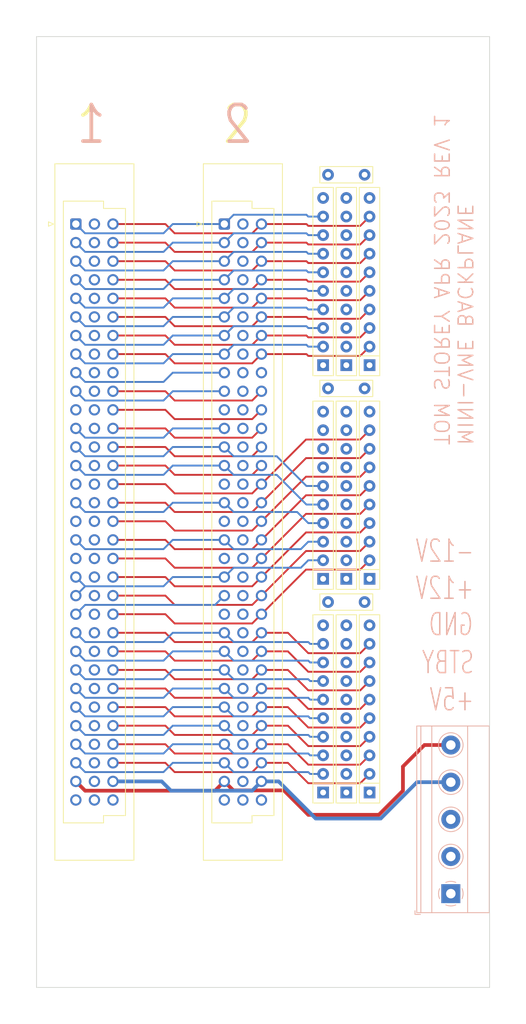
<source format=kicad_pcb>
(kicad_pcb (version 20211014) (generator pcbnew)
  (layers (0 "F.Cu" signal) (1 "In1.Cu" signal) (2 "In2.Cu" signal) (31 "B.Cu" signal) (34 "B.Paste" user) (35 "F.Paste" user) (36 "B.SilkS" user "B.Silkscreen") (37 "F.SilkS" user "F.Silkscreen") (38 "B.Mask" user) (39 "F.Mask" user) (44 "Edge.Cuts" user))
  (net 0 "")
  (net 1 "GND")
  (net 2 "+5V")
  (net 3 "+5VA")
  (net 4 "+12V")
  (net 5 "-12V")
  (net 6 "/Sockets 1/~{IACKOUT_1}")
  (net 7 "/Sockets 1/~{BG0OUT_1}")
  (net 8 "/Sockets 1/~{BG1OUT_1}")
  (net 9 "/Sockets 1/~{BG2OUT_1}")
  (net 10 "/Sockets 1/~{BG3OUT_1}")
  (net 20 "D0")
  (net 21 "D1")
  (net 22 "D2")
  (net 23 "D3")
  (net 24 "D4")
  (net 25 "D5")
  (net 26 "D6")
  (net 27 "D7")
  (net 28 "D8")
  (net 29 "D9")
  (net 30 "D10")
  (net 31 "D11")
  (net 32 "D12")
  (net 33 "D13")
  (net 34 "D14")
  (net 35 "D15")
  (net 36 "A23")
  (net 37 "A22")
  (net 38 "A21")
  (net 39 "A20")
  (net 40 "A19")
  (net 41 "A18")
  (net 42 "A17")
  (net 43 "A16")
  (net 44 "AM")
  (net 45 "A7")
  (net 46 "A6")
  (net 47 "A5")
  (net 48 "A4")
  (net 49 "A3")
  (net 50 "A2")
  (net 51 "A1")
  (net 52 "A15")
  (net 53 "A14")
  (net 54 "A13")
  (net 55 "A12")
  (net 56 "A11")
  (net 57 "A10")
  (net 58 "A9")
  (net 59 "A8")
  (net 60 "SYSCLK")
  (net 61 "~{DS1}")
  (net 62 "~{DS0}")
  (net 63 "~{WRITE}")
  (net 64 "~{DTACK}")
  (net 65 "~{AS}")
  (net 66 "~{BBSY}")
  (net 67 "~{BCLR}")
  (net 68 "~{ACFAIL}")
  (net 69 "~{BR0}")
  (net 70 "~{BR1}")
  (net 71 "~{BR2}")
  (net 72 "~{BR3}")
  (net 73 "AM0")
  (net 74 "AM1")
  (net 75 "AM2")
  (net 76 "AM3")
  (net 77 "SERCLK")
  (net 78 "~{IRQ7}")
  (net 79 "~{IRQ6}")
  (net 80 "~{IRQ5}")
  (net 81 "~{IRQ4}")
  (net 82 "~{IRQ3}")
  (net 83 "~{IRQ2}")
  (net 84 "~{IRQ1}")
  (net 85 "~{SYSFAIL}")
  (net 86 "~{BERR}")
  (net 87 "~{SYSRESET}")
  (net 88 "~{LWORD}")
  (net 89 "AM5")
  (net 90 "~{IACK}")
  (net 91 "~{SERDAT}")
  (footprint "MountingHole:MountingHole_2.7mm_M2.5" (layer "F.Cu") (at 105.62 32.75)
    (fp_text reference "REF**" hide)
    (fp_text value "MountingHole_2.7mm_M2.5")
  )
  (footprint "Resistor_THT:R_Array_SIP10" (layer "F.Cu") (at 137.22 132.345 90)
    (fp_text reference "RN7" hide)
    (fp_text value "R_Divider08")
  )
  (footprint "MountingHole:MountingHole_2.7mm_M2.5" (layer "F.Cu") (at 125.94 32.75)
    (fp_text reference "REF**" hide)
    (fp_text value "MountingHole_2.7mm_M2.5")
  )
  (footprint "Resistor_THT:R_Array_SIP10" (layer "F.Cu") (at 140.395 132.345 90)
    (fp_text reference "RN8" hide)
    (fp_text value "R_Divider08")
  )
  (footprint "Capacitor_THT:C_Rect_L7.0mm_W2.0mm_P5.00mm" (layer "F.Cu") (at 137.895 77.1)
    (fp_text reference "C2" hide)
    (fp_text value "100nF")
  )
  (footprint "Capacitor_THT:C_Rect_L7.0mm_W2.0mm_P5.00mm" (layer "F.Cu") (at 137.895 106.31)
    (fp_text reference "C3" hide)
    (fp_text value "100nF")
  )
  (footprint "Resistor_THT:R_Array_SIP10" (layer "F.Cu") (at 140.395 103.135 90)
    (fp_text reference "RN5" hide)
    (fp_text value "R_Divider08")
  )
  (footprint "Connector_DIN:DIN41612_C_3x32_Female_Vertical_THT" (layer "F.Cu") (at 123.7 54.63)
    (fp_text reference "X2" hide)
    (fp_text value "DIN41612_03x32_ABC_VMEbus")
  )
  (footprint "MountingHole:MountingHole_2.7mm_M2.5" (layer "F.Cu") (at 146.26 32.75)
    (fp_text reference "REF**" hide)
    (fp_text value "MountingHole_2.7mm_M2.5")
  )
  (footprint "Resistor_THT:R_Array_SIP10" (layer "F.Cu") (at 143.57 73.925 90)
    (fp_text reference "RN3" hide)
    (fp_text value "R_Divider08")
  )
  (footprint "Connector_DIN:DIN41612_C_3x32_Female_Vertical_THT" (layer "F.Cu") (at 103.38 54.63)
    (fp_text reference "X1" hide)
    (fp_text value "DIN41612_03x32_ABC_VMEbus")
  )
  (footprint "Resistor_THT:R_Array_SIP10" (layer "F.Cu") (at 137.22 103.135 90)
    (fp_text reference "RN4" hide)
    (fp_text value "R_Divider08")
  )
  (footprint "Capacitor_THT:C_Rect_L7.0mm_W2.0mm_P5.00mm" (layer "F.Cu") (at 137.895 47.89)
    (fp_text reference "C1" hide)
    (fp_text value "100nF")
  )
  (footprint "Resistor_THT:R_Array_SIP10" (layer "F.Cu") (at 137.22 73.925 90)
    (fp_text reference "RN1" hide)
    (fp_text value "R_Divider08")
  )
  (footprint "MountingHole:MountingHole_2.7mm_M2.5" (layer "F.Cu") (at 105.62 155.25)
    (fp_text reference "REF**" hide)
    (fp_text value "MountingHole_2.7mm_M2.5")
  )
  (footprint "MountingHole:MountingHole_2.7mm_M2.5" (layer "F.Cu") (at 125.94 155.25)
    (fp_text reference "REF**" hide)
    (fp_text value "MountingHole_2.7mm_M2.5")
  )
  (footprint "Resistor_THT:R_Array_SIP10" (layer "F.Cu") (at 140.395 73.925 90)
    (fp_text reference "RN2" hide)
    (fp_text value "R_Divider08")
  )
  (footprint "Resistor_THT:R_Array_SIP10" (layer "F.Cu") (at 143.57 103.135 90)
    (fp_text reference "RN6" hide)
    (fp_text value "R_Divider08")
  )
  (footprint "Resistor_THT:R_Array_SIP10" (layer "F.Cu") (at 143.57 132.345 90)
    (fp_text reference "RN9" hide)
    (fp_text value "R_Divider08")
  )
  (footprint "MountingHole:MountingHole_2.7mm_M2.5" (layer "F.Cu") (at 146.26 155.25)
    (fp_text reference "REF**" hide)
    (fp_text value "MountingHole_2.7mm_M2.5")
  )
  (footprint "TerminalBlock_Phoenix:TerminalBlock_Phoenix_MKDS-1,5-5-5.08_1x05_P5.08mm_Horizontal" (layer "B.Cu") (at 154.695 146.175 90)
    (fp_text reference "J1" hide)
    (fp_text value "Screw_Terminal_01x05")
  )
  (gr_line (start 98 159) (end 98 29) (layer "Edge.Cuts") (width 0.1))
  (gr_line (start 160 159) (end 98 159) (layer "Edge.Cuts") (width 0.1))
  (gr_line (start 98 29) (end 160 29) (layer "Edge.Cuts") (width 0.1))
  (gr_line (start 160 29) (end 160 159) (layer "Edge.Cuts") (width 0.1))
  (gr_text "1" (at 105.5 41) (layer "B.SilkS") (effects (font (size 5 4) (thickness 0.5)) (justify mirror)))
  (gr_text "STBY" (at 158 114.57) (layer "B.SilkS") (effects (font (size 3 2) (thickness 0.2)) (justify left mirror)))
  (gr_text "+5V" (at 158 119.65) (layer "B.SilkS") (effects (font (size 3 2) (thickness 0.2)) (justify left mirror)))
  (gr_text "-12V" (at 158 99.33) (layer "B.SilkS") (effects (font (size 3 2) (thickness 0.2)) (justify left mirror)))
  (gr_text "MINI-VME BACKPLANE\nTOM STOREY APR 2023 REV 1" (at 155 85 270) (layer "B.SilkS") (effects (font (size 2 2) (thickness 0.2)) (justify left mirror)))
  (gr_text "2" (at 125.5 41) (layer "B.SilkS") (effects (font (size 5 4) (thickness 0.5)) (justify mirror)))
  (gr_text "+12V" (at 158 104.41) (layer "B.SilkS") (effects (font (size 3 2) (thickness 0.2)) (justify left mirror)))
  (gr_text "GND" (at 157.885 109.375) (layer "B.SilkS") (effects (font (size 3 2) (thickness 0.2)) (justify left mirror)))
  (gr_text "1" (at 105.5 41) (layer "F.SilkS") (effects (font (size 5 4) (thickness 0.5))))
  (gr_text "2" (at 125.5 41) (layer "F.SilkS") (effects (font (size 5 4) (thickness 0.5))))
  (segment (start 115.376 76.216) (end 104.646 76.216) (width 0.254) (layer "B.Cu") (net 1))
  (segment (start 116.642 74.95) (end 115.376 76.216) (width 0.254) (layer "B.Cu") (net 1))
  (segment (start 123.7 74.95) (end 116.642 74.95) (width 0.254) (layer "B.Cu") (net 1))
  (segment (start 104.646 76.216) (end 103.38 74.95) (width 0.254) (layer "B.Cu") (net 1))
  (segment (start 131.128 130.83) (end 136.204 135.906) (width 0.508) (layer "B.Cu") (net 4))
  (segment (start 150.065 130.935) (end 154.695 130.935) (width 0.508) (layer "B.Cu") (net 4))
  (segment (start 116.392 132.096) (end 127.514 132.096) (width 0.508) (layer "B.Cu") (net 4))
  (segment (start 128.78 130.83) (end 131.128 130.83) (width 0.508) (layer "B.Cu") (net 4))
  (segment (start 115.126 130.83) (end 116.392 132.096) (width 0.508) (layer "B.Cu") (net 4))
  (segment (start 136.204 135.906) (end 145.094 135.906) (width 0.508) (layer "B.Cu") (net 4))
  (segment (start 145.094 135.906) (end 150.065 130.935) (width 0.508) (layer "B.Cu") (net 4))
  (segment (start 108.46 130.83) (end 115.126 130.83) (width 0.508) (layer "B.Cu") (net 4))
  (segment (start 127.514 132.096) (end 128.78 130.83) (width 0.508) (layer "B.Cu") (net 4))
  (segment (start 131.849 132.059) (end 135.188 135.398) (width 0.508) (layer "F.Cu") (net 5))
  (segment (start 124.929 132.059) (end 131.849 132.059) (width 0.508) (layer "F.Cu") (net 5))
  (segment (start 135.188 135.398) (end 144.84 135.398) (width 0.508) (layer "F.Cu") (net 5))
  (segment (start 148.142 128.794) (end 151.081 125.855) (width 0.508) (layer "F.Cu") (net 5))
  (segment (start 151.081 125.855) (end 154.695 125.855) (width 0.508) (layer "F.Cu") (net 5))
  (segment (start 148.142 132.096) (end 148.142 128.794) (width 0.508) (layer "F.Cu") (net 5))
  (segment (start 122.434 132.096) (end 123.7 130.83) (width 0.508) (layer "F.Cu") (net 5))
  (segment (start 123.7 130.83) (end 124.929 132.059) (width 0.508) (layer "F.Cu") (net 5))
  (segment (start 103.38 130.83) (end 104.646 132.096) (width 0.508) (layer "F.Cu") (net 5))
  (segment (start 144.84 135.398) (end 148.142 132.096) (width 0.508) (layer "F.Cu") (net 5))
  (segment (start 104.646 132.096) (end 122.434 132.096) (width 0.508) (layer "F.Cu") (net 5))
  (segment (start 103.38 107.97) (end 104.654 106.696) (width 0.254) (layer "B.Cu") (net 6))
  (segment (start 104.654 106.696) (end 122.434 106.696) (width 0.254) (layer "B.Cu") (net 6))
  (segment (start 122.434 106.696) (end 123.7 105.43) (width 0.254) (layer "B.Cu") (net 6))
  (segment (start 123.7 54.63) (end 124.974 53.356) (width 0.254) (layer "B.Cu") (net 20))
  (segment (start 116.642 54.63) (end 115.376 55.896) (width 0.254) (layer "B.Cu") (net 20))
  (segment (start 123.7 54.63) (end 116.642 54.63) (width 0.254) (layer "B.Cu") (net 20))
  (segment (start 135.188 53.61) (end 137.22 53.61) (width 0.254) (layer "B.Cu") (net 20))
  (segment (start 115.376 55.896) (end 104.646 55.896) (width 0.254) (layer "B.Cu") (net 20))
  (segment (start 134.934 53.356) (end 135.188 53.61) (width 0.254) (layer "B.Cu") (net 20))
  (segment (start 104.646 55.896) (end 103.38 54.63) (width 0.254) (layer "B.Cu") (net 20))
  (segment (start 124.974 53.356) (end 134.934 53.356) (width 0.254) (layer "B.Cu") (net 20))
  (segment (start 116.642 57.17) (end 115.376 58.436) (width 0.254) (layer "B.Cu") (net 21))
  (segment (start 123.7 57.17) (end 124.974 55.896) (width 0.254) (layer "B.Cu") (net 21))
  (segment (start 123.7 57.17) (end 116.642 57.17) (width 0.254) (layer "B.Cu") (net 21))
  (segment (start 124.974 55.896) (end 134.934 55.896) (width 0.254) (layer "B.Cu") (net 21))
  (segment (start 115.376 58.436) (end 104.646 58.436) (width 0.254) (layer "B.Cu") (net 21))
  (segment (start 104.646 58.436) (end 103.38 57.17) (width 0.254) (layer "B.Cu") (net 21))
  (segment (start 134.934 55.896) (end 135.188 56.15) (width 0.254) (layer "B.Cu") (net 21))
  (segment (start 135.188 56.15) (end 137.22 56.15) (width 0.254) (layer "B.Cu") (net 21))
  (segment (start 134.934 58.436) (end 135.188 58.69) (width 0.254) (layer "B.Cu") (net 22))
  (segment (start 115.376 60.976) (end 104.646 60.976) (width 0.254) (layer "B.Cu") (net 22))
  (segment (start 123.7 59.71) (end 116.642 59.71) (width 0.254) (layer "B.Cu") (net 22))
  (segment (start 135.188 58.69) (end 137.22 58.69) (width 0.254) (layer "B.Cu") (net 22))
  (segment (start 104.646 60.976) (end 103.38 59.71) (width 0.254) (layer "B.Cu") (net 22))
  (segment (start 116.642 59.71) (end 115.376 60.976) (width 0.254) (layer "B.Cu") (net 22))
  (segment (start 123.7 59.71) (end 124.974 58.436) (width 0.254) (layer "B.Cu") (net 22))
  (segment (start 124.974 58.436) (end 134.934 58.436) (width 0.254) (layer "B.Cu") (net 22))
  (segment (start 124.974 60.976) (end 134.934 60.976) (width 0.254) (layer "B.Cu") (net 23))
  (segment (start 115.376 63.516) (end 104.646 63.516) (width 0.254) (layer "B.Cu") (net 23))
  (segment (start 123.7 62.25) (end 116.642 62.25) (width 0.254) (layer "B.Cu") (net 23))
  (segment (start 135.188 61.23) (end 137.22 61.23) (width 0.254) (layer "B.Cu") (net 23))
  (segment (start 116.642 62.25) (end 115.376 63.516) (width 0.254) (layer "B.Cu") (net 23))
  (segment (start 123.7 62.25) (end 124.974 60.976) (width 0.254) (layer "B.Cu") (net 23))
  (segment (start 104.646 63.516) (end 103.38 62.25) (width 0.254) (layer "B.Cu") (net 23))
  (segment (start 134.934 60.976) (end 135.188 61.23) (width 0.254) (layer "B.Cu") (net 23))
  (segment (start 115.376 66.056) (end 104.646 66.056) (width 0.254) (layer "B.Cu") (net 24))
  (segment (start 135.188 63.77) (end 137.22 63.77) (width 0.254) (layer "B.Cu") (net 24))
  (segment (start 124.974 63.516) (end 134.934 63.516) (width 0.254) (layer "B.Cu") (net 24))
  (segment (start 116.642 64.79) (end 115.376 66.056) (width 0.254) (layer "B.Cu") (net 24))
  (segment (start 134.934 63.516) (end 135.188 63.77) (width 0.254) (layer "B.Cu") (net 24))
  (segment (start 123.7 64.79) (end 124.974 63.516) (width 0.254) (layer "B.Cu") (net 24))
  (segment (start 123.7 64.79) (end 116.642 64.79) (width 0.254) (layer "B.Cu") (net 24))
  (segment (start 104.646 66.056) (end 103.38 64.79) (width 0.254) (layer "B.Cu") (net 24))
  (segment (start 115.376 68.596) (end 104.646 68.596) (width 0.254) (layer "B.Cu") (net 25))
  (segment (start 116.642 67.33) (end 115.376 68.596) (width 0.254) (layer "B.Cu") (net 25))
  (segment (start 123.7 67.33) (end 124.974 66.056) (width 0.254) (layer "B.Cu") (net 25))
  (segment (start 104.646 68.596) (end 103.38 67.33) (width 0.254) (layer "B.Cu") (net 25))
  (segment (start 134.934 66.056) (end 135.188 66.31) (width 0.254) (layer "B.Cu") (net 25))
  (segment (start 135.188 66.31) (end 137.22 66.31) (width 0.254) (layer "B.Cu") (net 25))
  (segment (start 124.974 66.056) (end 134.934 66.056) (width 0.254) (layer "B.Cu") (net 25))
  (segment (start 123.7 67.33) (end 116.642 67.33) (width 0.254) (layer "B.Cu") (net 25))
  (segment (start 123.7 69.87) (end 116.642 69.87) (width 0.254) (layer "B.Cu") (net 26))
  (segment (start 104.646 71.136) (end 103.38 69.87) (width 0.254) (layer "B.Cu") (net 26))
  (segment (start 115.376 71.136) (end 104.646 71.136) (width 0.254) (layer "B.Cu") (net 26))
  (segment (start 135.188 68.85) (end 137.22 68.85) (width 0.254) (layer "B.Cu") (net 26))
  (segment (start 124.974 68.596) (end 134.934 68.596) (width 0.254) (layer "B.Cu") (net 26))
  (segment (start 116.642 69.87) (end 115.376 71.136) (width 0.254) (layer "B.Cu") (net 26))
  (segment (start 123.7 69.87) (end 124.974 68.596) (width 0.254) (layer "B.Cu") (net 26))
  (segment (start 134.934 68.596) (end 135.188 68.85) (width 0.254) (layer "B.Cu") (net 26))
  (segment (start 134.934 71.136) (end 135.188 71.39) (width 0.254) (layer "B.Cu") (net 27))
  (segment (start 123.7 72.41) (end 116.642 72.41) (width 0.254) (layer "B.Cu") (net 27))
  (segment (start 124.974 71.136) (end 134.934 71.136) (width 0.254) (layer "B.Cu") (net 27))
  (segment (start 116.642 72.41) (end 115.376 73.676) (width 0.254) (layer "B.Cu") (net 27))
  (segment (start 123.7 72.41) (end 124.974 71.136) (width 0.254) (layer "B.Cu") (net 27))
  (segment (start 135.188 71.39) (end 137.22 71.39) (width 0.254) (layer "B.Cu") (net 27))
  (segment (start 115.376 73.676) (end 104.646 73.676) (width 0.254) (layer "B.Cu") (net 27))
  (segment (start 104.646 73.676) (end 103.38 72.41) (width 0.254) (layer "B.Cu") (net 27))
  (segment (start 135.188 54.88) (end 142.3 54.88) (width 0.254) (layer "F.Cu") (net 28))
  (segment (start 108.46 54.63) (end 115.634 54.63) (width 0.254) (layer "F.Cu") (net 28))
  (segment (start 134.938 54.63) (end 135.188 54.88) (width 0.254) (layer "F.Cu") (net 28))
  (segment (start 142.3 54.88) (end 143.57 53.61) (width 0.254) (layer "F.Cu") (net 28))
  (segment (start 116.9 55.896) (end 127.514 55.896) (width 0.254) (layer "F.Cu") (net 28))
  (segment (start 127.514 55.896) (end 128.78 54.63) (width 0.254) (layer "F.Cu") (net 28))
  (segment (start 128.78 54.63) (end 134.938 54.63) (width 0.254) (layer "F.Cu") (net 28))
  (segment (start 115.634 54.63) (end 116.9 55.896) (width 0.254) (layer "F.Cu") (net 28))
  (segment (start 115.634 57.17) (end 116.9 58.436) (width 0.254) (layer "F.Cu") (net 29))
  (segment (start 135.188 57.42) (end 142.3 57.42) (width 0.254) (layer "F.Cu") (net 29))
  (segment (start 134.938 57.17) (end 135.188 57.42) (width 0.254) (layer "F.Cu") (net 29))
  (segment (start 128.78 57.17) (end 134.938 57.17) (width 0.254) (layer "F.Cu") (net 29))
  (segment (start 142.3 57.42) (end 143.57 56.15) (width 0.254) (layer "F.Cu") (net 29))
  (segment (start 127.514 58.436) (end 128.78 57.17) (width 0.254) (layer "F.Cu") (net 29))
  (segment (start 108.46 57.17) (end 115.634 57.17) (width 0.254) (layer "F.Cu") (net 29))
  (segment (start 116.9 58.436) (end 127.514 58.436) (width 0.254) (layer "F.Cu") (net 29))
  (segment (start 127.514 60.976) (end 128.78 59.71) (width 0.254) (layer "F.Cu") (net 30))
  (segment (start 135.188 59.96) (end 142.3 59.96) (width 0.254) (layer "F.Cu") (net 30))
  (segment (start 116.9 60.976) (end 127.514 60.976) (width 0.254) (layer "F.Cu") (net 30))
  (segment (start 134.938 59.71) (end 135.188 59.96) (width 0.254) (layer "F.Cu") (net 30))
  (segment (start 108.46 59.71) (end 115.634 59.71) (width 0.254) (layer "F.Cu") (net 30))
  (segment (start 115.634 59.71) (end 116.9 60.976) (width 0.254) (layer "F.Cu") (net 30))
  (segment (start 128.78 59.71) (end 134.938 59.71) (width 0.254) (layer "F.Cu") (net 30))
  (segment (start 142.3 59.96) (end 143.57 58.69) (width 0.254) (layer "F.Cu") (net 30))
  (segment (start 108.46 62.25) (end 115.634 62.25) (width 0.254) (layer "F.Cu") (net 31))
  (segment (start 115.634 62.25) (end 116.9 63.516) (width 0.254) (layer "F.Cu") (net 31))
  (segment (start 134.938 62.25) (end 135.188 62.5) (width 0.254) (layer "F.Cu") (net 31))
  (segment (start 128.78 62.25) (end 134.938 62.25) (width 0.254) (layer "F.Cu") (net 31))
  (segment (start 127.514 63.516) (end 128.78 62.25) (width 0.254) (layer "F.Cu") (net 31))
  (segment (start 116.9 63.516) (end 127.514 63.516) (width 0.254) (layer "F.Cu") (net 31))
  (segment (start 135.188 62.5) (end 142.3 62.5) (width 0.254) (layer "F.Cu") (net 31))
  (segment (start 142.3 62.5) (end 143.57 61.23) (width 0.254) (layer "F.Cu") (net 31))
  (segment (start 128.78 64.79) (end 134.938 64.79) (width 0.254) (layer "F.Cu") (net 32))
  (segment (start 115.634 64.79) (end 116.9 66.056) (width 0.254) (layer "F.Cu") (net 32))
  (segment (start 108.46 64.79) (end 115.634 64.79) (width 0.254) (layer "F.Cu") (net 32))
  (segment (start 134.938 64.79) (end 135.188 65.04) (width 0.254) (layer "F.Cu") (net 32))
  (segment (start 127.514 66.056) (end 128.78 64.79) (width 0.254) (layer "F.Cu") (net 32))
  (segment (start 116.9 66.056) (end 127.514 66.056) (width 0.254) (layer "F.Cu") (net 32))
  (segment (start 142.3 65.04) (end 143.57 63.77) (width 0.254) (layer "F.Cu") (net 32))
  (segment (start 135.188 65.04) (end 142.3 65.04) (width 0.254) (layer "F.Cu") (net 32))
  (segment (start 116.9 68.596) (end 127.514 68.596) (width 0.254) (layer "F.Cu") (net 33))
  (segment (start 128.78 67.33) (end 134.938 67.33) (width 0.254) (layer "F.Cu") (net 33))
  (segment (start 134.938 67.33) (end 135.188 67.58) (width 0.254) (layer "F.Cu") (net 33))
  (segment (start 142.3 67.58) (end 143.57 66.31) (width 0.254) (layer "F.Cu") (net 33))
  (segment (start 108.46 67.33) (end 115.634 67.33) (width 0.254) (layer "F.Cu") (net 33))
  (segment (start 115.634 67.33) (end 116.9 68.596) (width 0.254) (layer "F.Cu") (net 33))
  (segment (start 127.514 68.596) (end 128.78 67.33) (width 0.254) (layer "F.Cu") (net 33))
  (segment (start 135.188 67.58) (end 142.3 67.58) (width 0.254) (layer "F.Cu") (net 33))
  (segment (start 108.46 69.87) (end 115.634 69.87) (width 0.254) (layer "F.Cu") (net 34))
  (segment (start 134.938 69.87) (end 135.188 70.12) (width 0.254) (layer "F.Cu") (net 34))
  (segment (start 135.188 70.12) (end 142.3 70.12) (width 0.254) (layer "F.Cu") (net 34))
  (segment (start 142.3 70.12) (end 143.57 68.85) (width 0.254) (layer "F.Cu") (net 34))
  (segment (start 116.9 71.136) (end 127.514 71.136) (width 0.254) (layer "F.Cu") (net 34))
  (segment (start 127.514 71.136) (end 128.78 69.87) (width 0.254) (layer "F.Cu") (net 34))
  (segment (start 115.634 69.87) (end 116.9 71.136) (width 0.254) (layer "F.Cu") (net 34))
  (segment (start 128.78 69.87) (end 134.938 69.87) (width 0.254) (layer "F.Cu") (net 34))
  (segment (start 127.514 73.676) (end 128.78 72.41) (width 0.254) (layer "F.Cu") (net 35))
  (segment (start 115.634 72.41) (end 116.9 73.676) (width 0.254) (layer "F.Cu") (net 35))
  (segment (start 116.9 73.676) (end 127.514 73.676) (width 0.254) (layer "F.Cu") (net 35))
  (segment (start 134.938 72.41) (end 135.188 72.66) (width 0.254) (layer "F.Cu") (net 35))
  (segment (start 108.46 72.41) (end 115.634 72.41) (width 0.254) (layer "F.Cu") (net 35))
  (segment (start 135.188 72.66) (end 142.3 72.66) (width 0.254) (layer "F.Cu") (net 35))
  (segment (start 128.78 72.41) (end 134.938 72.41) (width 0.254) (layer "F.Cu") (net 35))
  (segment (start 142.3 72.66) (end 143.57 71.39) (width 0.254) (layer "F.Cu") (net 35))
  (segment (start 108.46 90.19) (end 115.634 90.19) (width 0.254) (layer "F.Cu") (net 36))
  (segment (start 116.9 91.456) (end 127.514 91.456) (width 0.254) (layer "F.Cu") (net 36))
  (segment (start 142.3 84.09) (end 143.57 82.82) (width 0.254) (layer "F.Cu") (net 36))
  (segment (start 128.78 90.19) (end 134.88 84.09) (width 0.254) (layer "F.Cu") (net 36))
  (segment (start 115.634 90.19) (end 116.9 91.456) (width 0.254) (layer "F.Cu") (net 36))
  (segment (start 127.514 91.456) (end 128.78 90.19) (width 0.254) (layer "F.Cu") (net 36))
  (segment (start 134.88 84.09) (end 142.3 84.09) (width 0.254) (layer "F.Cu") (net 36))
  (segment (start 116.9 93.996) (end 127.514 93.996) (width 0.254) (layer "F.Cu") (net 37))
  (segment (start 127.514 93.996) (end 128.78 92.73) (width 0.254) (layer "F.Cu") (net 37))
  (segment (start 115.634 92.73) (end 116.9 93.996) (width 0.254) (layer "F.Cu") (net 37))
  (segment (start 108.46 92.73) (end 115.634 92.73) (width 0.254) (layer "F.Cu") (net 37))
  (segment (start 128.78 92.73) (end 134.88 86.63) (width 0.254) (layer "F.Cu") (net 37))
  (segment (start 134.88 86.63) (end 142.3 86.63) (width 0.254) (layer "F.Cu") (net 37))
  (segment (start 142.3 86.63) (end 143.57 85.36) (width 0.254) (layer "F.Cu") (net 37))
  (segment (start 127.514 96.536) (end 128.78 95.27) (width 0.254) (layer "F.Cu") (net 38))
  (segment (start 128.78 95.27) (end 134.88 89.17) (width 0.254) (layer "F.Cu") (net 38))
  (segment (start 116.9 96.536) (end 127.514 96.536) (width 0.254) (layer "F.Cu") (net 38))
  (segment (start 108.46 95.27) (end 115.634 95.27) (width 0.254) (layer "F.Cu") (net 38))
  (segment (start 142.3 89.17) (end 143.57 87.9) (width 0.254) (layer "F.Cu") (net 38))
  (segment (start 134.88 89.17) (end 142.3 89.17) (width 0.254) (layer "F.Cu") (net 38))
  (segment (start 115.634 95.27) (end 116.9 96.536) (width 0.254) (layer "F.Cu") (net 38))
  (segment (start 127.514 99.076) (end 128.78 97.81) (width 0.254) (layer "F.Cu") (net 39))
  (segment (start 115.634 97.81) (end 116.9 99.076) (width 0.254) (layer "F.Cu") (net 39))
  (segment (start 134.88 91.71) (end 142.3 91.71) (width 0.254) (layer "F.Cu") (net 39))
  (segment (start 128.78 97.81) (end 134.88 91.71) (width 0.254) (layer "F.Cu") (net 39))
  (segment (start 116.9 99.076) (end 127.514 99.076) (width 0.254) (layer "F.Cu") (net 39))
  (segment (start 142.3 91.71) (end 143.57 90.44) (width 0.254) (layer "F.Cu") (net 39))
  (segment (start 108.46 97.81) (end 115.634 97.81) (width 0.254) (layer "F.Cu") (net 39))
  (segment (start 128.78 100.35) (end 134.88 94.25) (width 0.254) (layer "F.Cu") (net 40))
  (segment (start 127.514 101.616) (end 128.78 100.35) (width 0.254) (layer "F.Cu") (net 40))
  (segment (start 142.3 94.25) (end 143.57 92.98) (width 0.254) (layer "F.Cu") (net 40))
  (segment (start 134.88 94.25) (end 142.3 94.25) (width 0.254) (layer "F.Cu") (net 40))
  (segment (start 115.634 100.35) (end 116.9 101.616) (width 0.254) (layer "F.Cu") (net 40))
  (segment (start 116.9 101.616) (end 127.514 101.616) (width 0.254) (layer "F.Cu") (net 40))
  (segment (start 108.46 100.35) (end 115.634 100.35) (width 0.254) (layer "F.Cu") (net 40))
  (segment (start 108.46 102.89) (end 115.634 102.89) (width 0.254) (layer "F.Cu") (net 41))
  (segment (start 116.9 104.156) (end 127.514 104.156) (width 0.254) (layer "F.Cu") (net 41))
  (segment (start 127.514 104.156) (end 128.78 102.89) (width 0.254) (layer "F.Cu") (net 41))
  (segment (start 134.88 96.79) (end 142.3 96.79) (width 0.254) (layer "F.Cu") (net 41))
  (segment (start 115.634 102.89) (end 116.9 104.156) (width 0.254) (layer "F.Cu") (net 41))
  (segment (start 128.78 102.89) (end 134.88 96.79) (width 0.254) (layer "F.Cu") (net 41))
  (segment (start 142.3 96.79) (end 143.57 95.52) (width 0.254) (layer "F.Cu") (net 41))
  (segment (start 108.46 105.43) (end 115.634 105.43) (width 0.254) (layer "F.Cu") (net 42))
  (segment (start 128.78 105.43) (end 134.88 99.33) (width 0.254) (layer "F.Cu") (net 42))
  (segment (start 142.3 99.33) (end 143.57 98.06) (width 0.254) (layer "F.Cu") (net 42))
  (segment (start 127.514 106.696) (end 128.78 105.43) (width 0.254) (layer "F.Cu") (net 42))
  (segment (start 116.9 106.696) (end 127.514 106.696) (width 0.254) (layer "F.Cu") (net 42))
  (segment (start 134.88 99.33) (end 142.3 99.33) (width 0.254) (layer "F.Cu") (net 42))
  (segment (start 115.634 105.43) (end 116.9 106.696) (width 0.254) (layer "F.Cu") (net 42))
  (segment (start 127.514 109.236) (end 128.78 107.97) (width 0.254) (layer "F.Cu") (net 43))
  (segment (start 142.3 101.87) (end 143.57 100.6) (width 0.254) (layer "F.Cu") (net 43))
  (segment (start 128.78 107.97) (end 134.88 101.87) (width 0.254) (layer "F.Cu") (net 43))
  (segment (start 134.88 101.87) (end 142.3 101.87) (width 0.254) (layer "F.Cu") (net 43))
  (segment (start 115.634 107.97) (end 116.9 109.236) (width 0.254) (layer "F.Cu") (net 43))
  (segment (start 116.9 109.236) (end 127.514 109.236) (width 0.254) (layer "F.Cu") (net 43))
  (segment (start 108.46 107.97) (end 115.634 107.97) (width 0.254) (layer "F.Cu") (net 43))
  (segment (start 135.188 111.776) (end 135.442 112.03) (width 0.254) (layer "B.Cu") (net 44))
  (segment (start 115.376 111.776) (end 104.646 111.776) (width 0.254) (layer "B.Cu") (net 44))
  (segment (start 123.7 110.51) (end 124.966 111.776) (width 0.254) (layer "B.Cu") (net 44))
  (segment (start 116.642 110.51) (end 115.376 111.776) (width 0.254) (layer "B.Cu") (net 44))
  (segment (start 123.7 110.51) (end 116.642 110.51) (width 0.254) (layer "B.Cu") (net 44))
  (segment (start 135.442 112.03) (end 137.22 112.03) (width 0.254) (layer "B.Cu") (net 44))
  (segment (start 104.646 111.776) (end 103.38 110.51) (width 0.254) (layer "B.Cu") (net 44))
  (segment (start 124.966 111.776) (end 135.188 111.776) (width 0.254) (layer "B.Cu") (net 44))
  (segment (start 104.646 114.316) (end 103.38 113.05) (width 0.254) (layer "B.Cu") (net 45))
  (segment (start 135.442 114.57) (end 137.22 114.57) (width 0.254) (layer "B.Cu") (net 45))
  (segment (start 123.7 113.05) (end 116.642 113.05) (width 0.254) (layer "B.Cu") (net 45))
  (segment (start 115.376 114.316) (end 104.646 114.316) (width 0.254) (layer "B.Cu") (net 45))
  (segment (start 116.642 113.05) (end 115.376 114.316) (width 0.254) (layer "B.Cu") (net 45))
  (segment (start 124.966 114.316) (end 135.188 114.316) (width 0.254) (layer "B.Cu") (net 45))
  (segment (start 123.7 113.05) (end 124.966 114.316) (width 0.254) (layer "B.Cu") (net 45))
  (segment (start 135.188 114.316) (end 135.442 114.57) (width 0.254) (layer "B.Cu") (net 45))
  (segment (start 115.376 116.856) (end 104.646 116.856) (width 0.254) (layer "B.Cu") (net 46))
  (segment (start 123.7 115.59) (end 116.642 115.59) (width 0.254) (layer "B.Cu") (net 46))
  (segment (start 124.966 116.856) (end 135.188 116.856) (width 0.254) (layer "B.Cu") (net 46))
  (segment (start 104.646 116.856) (end 103.38 115.59) (width 0.254) (layer "B.Cu") (net 46))
  (segment (start 123.7 115.59) (end 124.966 116.856) (width 0.254) (layer "B.Cu") (net 46))
  (segment (start 135.442 117.11) (end 137.22 117.11) (width 0.254) (layer "B.Cu") (net 46))
  (segment (start 116.642 115.59) (end 115.376 116.856) (width 0.254) (layer "B.Cu") (net 46))
  (segment (start 135.188 116.856) (end 135.442 117.11) (width 0.254) (layer "B.Cu") (net 46))
  (segment (start 135.188 119.396) (end 135.442 119.65) (width 0.254) (layer "B.Cu") (net 47))
  (segment (start 123.7 118.13) (end 116.642 118.13) (width 0.254) (layer "B.Cu") (net 47))
  (segment (start 124.966 119.396) (end 135.188 119.396) (width 0.254) (layer "B.Cu") (net 47))
  (segment (start 104.646 119.396) (end 103.38 118.13) (width 0.254) (layer "B.Cu") (net 47))
  (segment (start 115.376 119.396) (end 104.646 119.396) (width 0.254) (layer "B.Cu") (net 47))
  (segment (start 123.7 118.13) (end 124.966 119.396) (width 0.254) (layer "B.Cu") (net 47))
  (segment (start 116.642 118.13) (end 115.376 119.396) (width 0.254) (layer "B.Cu") (net 47))
  (segment (start 135.442 119.65) (end 137.22 119.65) (width 0.254) (layer "B.Cu") (net 47))
  (segment (start 116.642 120.67) (end 115.376 121.936) (width 0.254) (layer "B.Cu") (net 48))
  (segment (start 104.646 121.936) (end 103.38 120.67) (width 0.254) (layer "B.Cu") (net 48))
  (segment (start 115.376 121.936) (end 104.646 121.936) (width 0.254) (layer "B.Cu") (net 48))
  (segment (start 123.7 120.67) (end 124.966 121.936) (width 0.254) (layer "B.Cu") (net 48))
  (segment (start 123.7 120.67) (end 116.642 120.67) (width 0.254) (layer "B.Cu") (net 48))
  (segment (start 124.966 121.936) (end 135.188 121.936) (width 0.254) (layer "B.Cu") (net 48))
  (segment (start 135.188 121.936) (end 135.442 122.19) (width 0.254) (layer "B.Cu") (net 48))
  (segment (start 135.442 122.19) (end 137.22 122.19) (width 0.254) (layer "B.Cu") (net 48))
  (segment (start 116.642 123.21) (end 115.376 124.476) (width 0.254) (layer "B.Cu") (net 49))
  (segment (start 124.966 124.476) (end 135.188 124.476) (width 0.254) (layer "B.Cu") (net 49))
  (segment (start 104.646 124.476) (end 103.38 123.21) (width 0.254) (layer "B.Cu") (net 49))
  (segment (start 123.7 123.21) (end 124.966 124.476) (width 0.254) (layer "B.Cu") (net 49))
  (segment (start 115.376 124.476) (end 104.646 124.476) (width 0.254) (layer "B.Cu") (net 49))
  (segment (start 135.188 124.476) (end 135.442 124.73) (width 0.254) (layer "B.Cu") (net 49))
  (segment (start 135.442 124.73) (end 137.22 124.73) (width 0.254) (layer "B.Cu") (net 49))
  (segment (start 123.7 123.21) (end 116.642 123.21) (width 0.254) (layer "B.Cu") (net 49))
  (segment (start 123.7 125.75) (end 124.966 127.016) (width 0.254) (layer "B.Cu") (net 50))
  (segment (start 135.442 127.27) (end 137.22 127.27) (width 0.254) (layer "B.Cu") (net 50))
  (segment (start 116.642 125.75) (end 115.376 127.016) (width 0.254) (layer "B.Cu") (net 50))
  (segment (start 104.646 127.016) (end 103.38 125.75) (width 0.254) (layer "B.Cu") (net 50))
  (segment (start 124.966 127.016) (end 135.188 127.016) (width 0.254) (layer "B.Cu") (net 50))
  (segment (start 135.188 127.016) (end 135.442 127.27) (width 0.254) (layer "B.Cu") (net 50))
  (segment (start 115.376 127.016) (end 104.646 127.016) (width 0.254) (layer "B.Cu") (net 50))
  (segment (start 123.7 125.75) (end 116.642 125.75) (width 0.254) (layer "B.Cu") (net 50))
  (segment (start 135.188 129.556) (end 135.442 129.81) (width 0.254) (layer "B.Cu") (net 51))
  (segment (start 123.7 128.29) (end 116.642 128.29) (width 0.254) (layer "B.Cu") (net 51))
  (segment (start 124.966 129.556) (end 135.188 129.556) (width 0.254) (layer "B.Cu") (net 51))
  (segment (start 135.442 129.81) (end 137.22 129.81) (width 0.254) (layer "B.Cu") (net 51))
  (segment (start 104.646 129.556) (end 103.38 128.29) (width 0.254) (layer "B.Cu") (net 51))
  (segment (start 123.7 128.29) (end 124.966 129.556) (width 0.254) (layer "B.Cu") (net 51))
  (segment (start 115.376 129.556) (end 104.646 129.556) (width 0.254) (layer "B.Cu") (net 51))
  (segment (start 116.642 128.29) (end 115.376 129.556) (width 0.254) (layer "B.Cu") (net 51))
  (segment (start 135.188 113.3) (end 142.3 113.3) (width 0.254) (layer "F.Cu") (net 52))
  (segment (start 128.78 110.51) (end 132.398 110.51) (width 0.254) (layer "F.Cu") (net 52))
  (segment (start 127.514 111.776) (end 128.78 110.51) (width 0.254) (layer "F.Cu") (net 52))
  (segment (start 132.398 110.51) (end 135.188 113.3) (width 0.254) (layer "F.Cu") (net 52))
  (segment (start 108.46 110.51) (end 115.634 110.51) (width 0.254) (layer "F.Cu") (net 52))
  (segment (start 116.9 111.776) (end 127.514 111.776) (width 0.254) (layer "F.Cu") (net 52))
  (segment (start 142.3 113.3) (end 143.57 112.03) (width 0.254) (layer "F.Cu") (net 52))
  (segment (start 115.634 110.51) (end 116.9 111.776) (width 0.254) (layer "F.Cu") (net 52))
  (segment (start 127.514 114.316) (end 128.78 113.05) (width 0.254) (layer "F.Cu") (net 53))
  (segment (start 116.9 114.316) (end 127.514 114.316) (width 0.254) (layer "F.Cu") (net 53))
  (segment (start 115.634 113.05) (end 116.9 114.316) (width 0.254) (layer "F.Cu") (net 53))
  (segment (start 142.3 115.84) (end 143.57 114.57) (width 0.254) (layer "F.Cu") (net 53))
  (segment (start 135.188 115.84) (end 142.3 115.84) (width 0.254) (layer "F.Cu") (net 53))
  (segment (start 128.78 113.05) (end 132.398 113.05) (width 0.254) (layer "F.Cu") (net 53))
  (segment (start 132.398 113.05) (end 135.188 115.84) (width 0.254) (layer "F.Cu") (net 53))
  (segment (start 108.46 113.05) (end 115.634 113.05) (width 0.254) (layer "F.Cu") (net 53))
  (segment (start 128.78 115.59) (end 132.398 115.59) (width 0.254) (layer "F.Cu") (net 54))
  (segment (start 132.398 115.59) (end 135.188 118.38) (width 0.254) (layer "F.Cu") (net 54))
  (segment (start 135.188 118.38) (end 142.3 118.38) (width 0.254) (layer "F.Cu") (net 54))
  (segment (start 142.3 118.38) (end 143.57 117.11) (width 0.254) (layer "F.Cu") (net 54))
  (segment (start 115.634 115.59) (end 116.9 116.856) (width 0.254) (layer "F.Cu") (net 54))
  (segment (start 127.514 116.856) (end 128.78 115.59) (width 0.254) (layer "F.Cu") (net 54))
  (segment (start 116.9 116.856) (end 127.514 116.856) (width 0.254) (layer "F.Cu") (net 54))
  (segment (start 108.46 115.59) (end 115.634 115.59) (width 0.254) (layer "F.Cu") (net 54))
  (segment (start 127.514 119.396) (end 128.78 118.13) (width 0.254) (layer "F.Cu") (net 55))
  (segment (start 135.188 120.92) (end 142.3 120.92) (width 0.254) (layer "F.Cu") (net 55))
  (segment (start 142.3 120.92) (end 143.57 119.65) (width 0.254) (layer "F.Cu") (net 55))
  (segment (start 115.634 118.13) (end 116.9 119.396) (width 0.254) (layer "F.Cu") (net 55))
  (segment (start 116.9 119.396) (end 127.514 119.396) (width 0.254) (layer "F.Cu") (net 55))
  (segment (start 128.78 118.13) (end 132.398 118.13) (width 0.254) (layer "F.Cu") (net 55))
  (segment (start 108.46 118.13) (end 115.634 118.13) (width 0.254) (layer "F.Cu") (net 55))
  (segment (start 132.398 118.13) (end 135.188 120.92) (width 0.254) (layer "F.Cu") (net 55))
  (segment (start 142.3 123.46) (end 143.57 122.19) (width 0.254) (layer "F.Cu") (net 56))
  (segment (start 132.398 120.67) (end 135.188 123.46) (width 0.254) (layer "F.Cu") (net 56))
  (segment (start 127.514 121.936) (end 128.78 120.67) (width 0.254) (layer "F.Cu") (net 56))
  (segment (start 108.46 120.67) (end 115.634 120.67) (width 0.254) (layer "F.Cu") (net 56))
  (segment (start 116.9 121.936) (end 127.514 121.936) (width 0.254) (layer "F.Cu") (net 56))
  (segment (start 115.634 120.67) (end 116.9 121.936) (width 0.254) (layer "F.Cu") (net 56))
  (segment (start 128.78 120.67) (end 132.398 120.67) (width 0.254) (layer "F.Cu") (net 56))
  (segment (start 135.188 123.46) (end 142.3 123.46) (width 0.254) (layer "F.Cu") (net 56))
  (segment (start 135.188 126) (end 142.3 126) (width 0.254) (layer "F.Cu") (net 57))
  (segment (start 115.634 123.21) (end 116.9 124.476) (width 0.254) (layer "F.Cu") (net 57))
  (segment (start 116.9 124.476) (end 127.514 124.476) (width 0.254) (layer "F.Cu") (net 57))
  (segment (start 108.46 123.21) (end 115.634 123.21) (width 0.254) (layer "F.Cu") (net 57))
  (segment (start 142.3 126) (end 143.57 124.73) (width 0.254) (layer "F.Cu") (net 57))
  (segment (start 132.398 123.21) (end 135.188 126) (width 0.254) (layer "F.Cu") (net 57))
  (segment (start 127.514 124.476) (end 128.78 123.21) (width 0.254) (layer "F.Cu") (net 57))
  (segment (start 128.78 123.21) (end 132.398 123.21) (width 0.254) (layer "F.Cu") (net 57))
  (segment (start 116.9 127.016) (end 127.514 127.016) (width 0.254) (layer "F.Cu") (net 58))
  (segment (start 127.514 127.016) (end 128.78 125.75) (width 0.254) (layer "F.Cu") (net 58))
  (segment (start 108.46 125.75) (end 115.634 125.75) (width 0.254) (layer "F.Cu") (net 58))
  (segment (start 132.398 125.75) (end 135.188 128.54) (width 0.254) (layer "F.Cu") (net 58))
  (segment (start 142.3 128.54) (end 143.57 127.27) (width 0.254) (layer "F.Cu") (net 58))
  (segment (start 128.78 125.75) (end 132.398 125.75) (width 0.254) (layer "F.Cu") (net 58))
  (segment (start 135.188 128.54) (end 142.3 128.54) (width 0.254) (layer "F.Cu") (net 58))
  (segment (start 115.634 125.75) (end 116.9 127.016) (width 0.254) (layer "F.Cu") (net 58))
  (segment (start 142.3 131.08) (end 143.57 129.81) (width 0.254) (layer "F.Cu") (net 59))
  (segment (start 128.78 128.29) (end 132.398 128.29) (width 0.254) (layer "F.Cu") (net 59))
  (segment (start 135.188 131.08) (end 142.3 131.08) (width 0.254) (layer "F.Cu") (net 59))
  (segment (start 132.398 128.29) (end 135.188 131.08) (width 0.254) (layer "F.Cu") (net 59))
  (segment (start 127.514 129.556) (end 128.78 128.29) (width 0.254) (layer "F.Cu") (net 59))
  (segment (start 108.46 128.29) (end 115.634 128.29) (width 0.254) (layer "F.Cu") (net 59))
  (segment (start 116.9 129.556) (end 127.514 129.556) (width 0.254) (layer "F.Cu") (net 59))
  (segment (start 115.634 128.29) (end 116.9 129.556) (width 0.254) (layer "F.Cu") (net 59))
  (segment (start 116.642 77.49) (end 115.376 78.756) (width 0.254) (layer "B.Cu") (net 60))
  (segment (start 123.7 77.49) (end 116.642 77.49) (width 0.254) (layer "B.Cu") (net 60))
  (segment (start 104.646 78.756) (end 103.38 77.49) (width 0.254) (layer "B.Cu") (net 60))
  (segment (start 115.376 78.756) (end 104.646 78.756) (width 0.254) (layer "B.Cu") (net 60))
  (segment (start 104.646 83.836) (end 103.38 82.57) (width 0.254) (layer "B.Cu") (net 61))
  (segment (start 123.7 82.57) (end 116.642 82.57) (width 0.254) (layer "B.Cu") (net 61))
  (segment (start 116.642 82.57) (end 115.376 83.836) (width 0.254) (layer "B.Cu") (net 61))
  (segment (start 115.376 83.836) (end 104.646 83.836) (width 0.254) (layer "B.Cu") (net 61))
  (segment (start 123.7 85.11) (end 116.642 85.11) (width 0.254) (layer "B.Cu") (net 62))
  (segment (start 104.646 86.376) (end 103.38 85.11) (width 0.254) (layer "B.Cu") (net 62))
  (segment (start 123.7 85.11) (end 124.966 86.376) (width 0.254) (layer "B.Cu") (net 62))
  (segment (start 130.87 86.376) (end 134.934 90.44) (width 0.254) (layer "B.Cu") (net 62))
  (segment (start 134.934 90.44) (end 137.22 90.44) (width 0.254) (layer "B.Cu") (net 62))
  (segment (start 115.376 86.376) (end 104.646 86.376) (width 0.254) (layer "B.Cu") (net 62))
  (segment (start 116.642 85.11) (end 115.376 86.376) (width 0.254) (layer "B.Cu") (net 62))
  (segment (start 124.966 86.376) (end 130.87 86.376) (width 0.254) (layer "B.Cu") (net 62))
  (segment (start 115.376 88.916) (end 104.646 88.916) (width 0.254) (layer "B.Cu") (net 63))
  (segment (start 123.7 87.65) (end 124.966 88.916) (width 0.254) (layer "B.Cu") (net 63))
  (segment (start 130.87 88.916) (end 134.934 92.98) (width 0.254) (layer "B.Cu") (net 63))
  (segment (start 134.934 92.98) (end 137.22 92.98) (width 0.254) (layer "B.Cu") (net 63))
  (segment (start 104.646 88.916) (end 103.38 87.65) (width 0.254) (layer "B.Cu") (net 63))
  (segment (start 123.7 87.65) (end 116.642 87.65) (width 0.254) (layer "B.Cu") (net 63))
  (segment (start 124.966 88.916) (end 130.87 88.916) (width 0.254) (layer "B.Cu") (net 63))
  (segment (start 116.642 87.65) (end 115.376 88.916) (width 0.254) (layer "B.Cu") (net 63))
  (segment (start 115.376 93.996) (end 104.646 93.996) (width 0.254) (layer "B.Cu") (net 64))
  (segment (start 133.664 93.996) (end 135.188 95.52) (width 0.254) (layer "B.Cu") (net 64))
  (segment (start 124.966 93.996) (end 133.664 93.996) (width 0.254) (layer "B.Cu") (net 64))
  (segment (start 123.7 92.73) (end 124.966 93.996) (width 0.254) (layer "B.Cu") (net 64))
  (segment (start 116.642 92.73) (end 115.376 93.996) (width 0.254) (layer "B.Cu") (net 64))
  (segment (start 123.7 92.73) (end 116.642 92.73) (width 0.254) (layer "B.Cu") (net 64))
  (segment (start 104.646 93.996) (end 103.38 92.73) (width 0.254) (layer "B.Cu") (net 64))
  (segment (start 135.188 95.52) (end 137.22 95.52) (width 0.254) (layer "B.Cu") (net 64))
  (segment (start 123.7 97.81) (end 124.966 99.076) (width 0.254) (layer "B.Cu") (net 65))
  (segment (start 116.642 97.81) (end 115.376 99.076) (width 0.254) (layer "B.Cu") (net 65))
  (segment (start 134.172 99.076) (end 135.188 98.06) (width 0.254) (layer "B.Cu") (net 65))
  (segment (start 124.966 99.076) (end 134.172 99.076) (width 0.254) (layer "B.Cu") (net 65))
  (segment (start 115.376 99.076) (end 104.646 99.076) (width 0.254) (layer "B.Cu") (net 65))
  (segment (start 104.646 99.076) (end 103.38 97.81) (width 0.254) (layer "B.Cu") (net 65))
  (segment (start 123.7 97.81) (end 116.642 97.81) (width 0.254) (layer "B.Cu") (net 65))
  (segment (start 135.188 98.06) (end 137.22 98.06) (width 0.254) (layer "B.Cu") (net 65))
  (segment (start 127.514 78.756) (end 128.78 77.49) (width 0.254) (layer "F.Cu") (net 85))
  (segment (start 116.9 78.756) (end 127.514 78.756) (width 0.254) (layer "F.Cu") (net 85))
  (segment (start 108.46 77.49) (end 115.634 77.49) (width 0.254) (layer "F.Cu") (net 85))
  (segment (start 115.634 77.49) (end 116.9 78.756) (width 0.254) (layer "F.Cu") (net 85))
  (segment (start 108.46 80.03) (end 115.634 80.03) (width 0.254) (layer "F.Cu") (net 86))
  (segment (start 116.9 81.296) (end 127.514 81.296) (width 0.254) (layer "F.Cu") (net 86))
  (segment (start 115.634 80.03) (end 116.9 81.296) (width 0.254) (layer "F.Cu") (net 86))
  (segment (start 127.514 81.296) (end 128.78 80.03) (width 0.254) (layer "F.Cu") (net 86))
  (segment (start 116.9 83.836) (end 127.514 83.836) (width 0.254) (layer "F.Cu") (net 87))
  (segment (start 108.46 82.57) (end 115.634 82.57) (width 0.254) (layer "F.Cu") (net 87))
  (segment (start 127.514 83.836) (end 128.78 82.57) (width 0.254) (layer "F.Cu") (net 87))
  (segment (start 115.634 82.57) (end 116.9 83.836) (width 0.254) (layer "F.Cu") (net 87))
  (segment (start 108.46 85.11) (end 115.634 85.11) (width 0.254) (layer "F.Cu") (net 88))
  (segment (start 116.9 86.376) (end 127.514 86.376) (width 0.254) (layer "F.Cu") (net 88))
  (segment (start 115.634 85.11) (end 116.9 86.376) (width 0.254) (layer "F.Cu") (net 88))
  (segment (start 127.514 86.376) (end 128.78 85.11) (width 0.254) (layer "F.Cu") (net 88))
  (segment (start 108.46 87.65) (end 115.634 87.65) (width 0.254) (layer "F.Cu") (net 89))
  (segment (start 127.514 88.916) (end 128.78 87.65) (width 0.254) (layer "F.Cu") (net 89))
  (segment (start 116.9 88.916) (end 127.514 88.916) (width 0.254) (layer "F.Cu") (net 89))
  (segment (start 115.634 87.65) (end 116.9 88.916) (width 0.254) (layer "F.Cu") (net 89))
  (segment (start 123.7 102.89) (end 124.974 101.616) (width 0.254) (layer "B.Cu") (net 90))
  (segment (start 104.646 104.156) (end 103.38 102.89) (width 0.254) (layer "B.Cu") (net 90))
  (segment (start 103.38 105.43) (end 104.646 104.164) (width 0.254) (layer "B.Cu") (net 90))
  (segment (start 135.188 100.6) (end 137.22 100.6) (width 0.254) (layer "B.Cu") (net 90))
  (segment (start 134.172 101.616) (end 135.188 100.6) (width 0.254) (layer "B.Cu") (net 90))
  (segment (start 123.7 102.89) (end 116.642 102.89) (width 0.254) (layer "B.Cu") (net 90))
  (segment (start 115.376 104.156) (end 104.646 104.156) (width 0.254) (layer "B.Cu") (net 90))
  (segment (start 124.974 101.616) (end 134.172 101.616) (width 0.254) (layer "B.Cu") (net 90))
  (segment (start 116.642 102.89) (end 115.376 104.156) (width 0.254) (layer "B.Cu") (net 90))
  (segment (start 104.646 104.164) (end 104.646 104.156) (width 0.254) (layer "B.Cu") (net 90))
)
</source>
